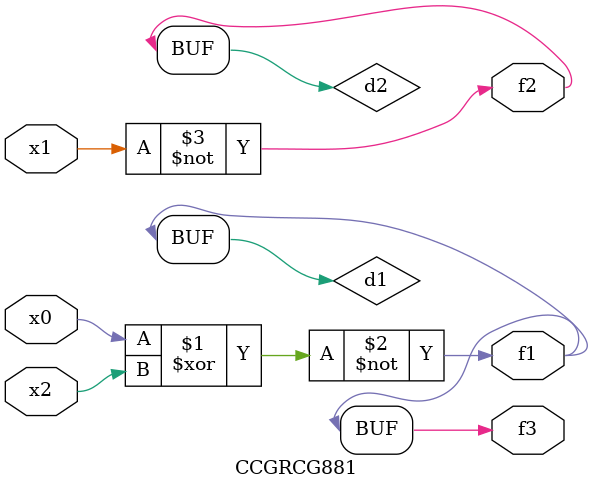
<source format=v>
module CCGRCG881(
	input x0, x1, x2,
	output f1, f2, f3
);

	wire d1, d2, d3;

	xnor (d1, x0, x2);
	nand (d2, x1);
	nor (d3, x1, x2);
	assign f1 = d1;
	assign f2 = d2;
	assign f3 = d1;
endmodule

</source>
